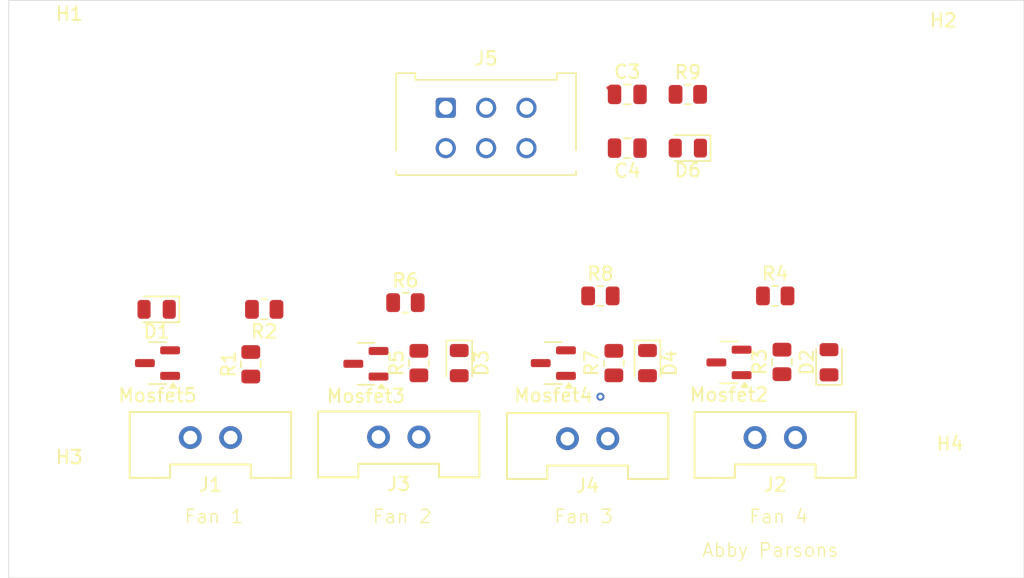
<source format=kicad_pcb>
(kicad_pcb (version 20240108) (generator "pcbnew") (generator_version "8.0")
  (layers (0 "F.Cu" signal) (31 "B.Cu" signal) (34 "B.Paste" user) (35 "F.Paste" user) (36 "B.SilkS" user "B.Silkscreen") (37 "F.SilkS" user "F.Silkscreen") (38 "B.Mask" user) (39 "F.Mask" user) (44 "Edge.Cuts" user))
  (net 0 "")
  (net 1 "GNDPWR")
  (net 2 "+12V")
  (net 3 "GND")
  (net 4 "Net-(D6-K)")
  (net 5 "/Fan1/poop")
  (net 6 "/Fan3/Fan3")
  (net 7 "/Fan4/Fan4")
  (net 8 "/Fan2/Fan2")
  (net 9 "Net-(Mosfet3-G)")
  (net 10 "Net-(Mosfet4-G)")
  (net 11 "Net-(D1-A)")
  (net 12 "Net-(D2-A)")
  (net 13 "Net-(D3-A)")
  (net 14 "Net-(D4-A)")
  (net 15 "Net-(D6-A)")
  (net 16 "Net-(Mosfet5-G)")
  (net 17 "Net-(Mosfet2-G)")
  (footprint "Resistor_SMD:R_0805_2012Metric" (layer "F.Cu") (at 140.5 126)
    (property "Reference" "R8" (at 0 -1.65 0) (layer "F.SilkS"))
    (property "Value" "100k")
    (fp_line (start -0.227064 -0.735) (end 0.227064 -0.735) (stroke (width 0.12)) (layer "F.SilkS"))
    (fp_line (start -0.227064 0.735) (end 0.227064 0.735) (stroke (width 0.12)) (layer "F.SilkS"))
    (pad "1" smd roundrect (at -0.9125 0) (size 1.025 1.4) (layers "F.Cu" "F.Paste" "F.Mask") (roundrect_rratio 0.243902) (net 7 "/Fan4/Fan4"))
    (pad "2" smd roundrect (at 0.9125 0) (size 1.025 1.4) (layers "F.Cu" "F.Paste" "F.Mask") (roundrect_rratio 0.243902) (net 10 "Net-(Mosfet4-G)"))
  )
  (footprint "Package_TO_SOT_SMD:SOT-23" (layer "F.Cu") (at 123.0625 131.05 180)
    (property "Reference" "Mosfet3" (at 0 -2.4 360) (layer "F.SilkS"))
    (property "Value" "IRLML0030")
    (fp_line (start 0 1.56) (end 0.65 1.56) (stroke (width 0.12)) (layer "F.SilkS"))
    (fp_line (start 0 1.56) (end -0.65 1.56) (stroke (width 0.12)) (layer "F.SilkS"))
    (fp_line (start 0 -1.56) (end 0.65 -1.56) (stroke (width 0.12)) (layer "F.SilkS"))
    (fp_line (start 0 -1.56) (end -0.65 -1.56) (stroke (width 0.12)) (layer "F.SilkS"))
    (fp_poly (pts (xy -1.1625 -1.51) (xy -1.4025 -1.84) (xy -0.9225 -1.84) (xy -1.1625 -1.51)) (stroke (width 0.12)) (fill solid) (layer "F.SilkS"))
    (pad "1" smd roundrect (at -0.9375 -0.95 180) (size 1.475 0.6) (layers "F.Cu" "F.Paste" "F.Mask") (net 9 "Net-(Mosfet3-G)"))
    (pad "2" smd roundrect (at -0.9375 0.95 180) (size 1.475 0.6) (layers "F.Cu" "F.Paste" "F.Mask") (net 13 "Net-(D3-A)"))
    (pad "3" smd roundrect (at 0.9375 0 180) (size 1.475 0.6) (layers "F.Cu" "F.Paste" "F.Mask") (net 3 "GND"))
  )
  (footprint "Resistor_SMD:R_0805_2012Metric" (layer "F.Cu") (at 141.5 131 90)
    (property "Reference" "R7" (at 0 -1.65 90) (layer "F.SilkS"))
    (property "Value" "100k")
    (fp_line (start -0.227064 -0.735) (end 0.227064 -0.735) (stroke (width 0.12)) (layer "F.SilkS"))
    (fp_line (start -0.227064 0.735) (end 0.227064 0.735) (stroke (width 0.12)) (layer "F.SilkS"))
    (pad "1" smd roundrect (at -0.9125 0 90) (size 1.025 1.4) (layers "F.Cu" "F.Paste" "F.Mask") (roundrect_rratio 0.243902) (net 10 "Net-(Mosfet4-G)"))
    (pad "2" smd roundrect (at 0.9125 0 90) (size 1.025 1.4) (layers "F.Cu" "F.Paste" "F.Mask") (roundrect_rratio 0.243902) (net 3 "GND"))
  )
  (footprint "UTSVT_Connectors:Molex_MicroFit3.0_1x2xP3.00mm_PolarizingPeg_Vertical" (layer "F.Cu") (at 141.05 136.625 180)
    (property "Reference" "J4" (at 1.5 -3.5 360) (layer "F.SilkS"))
    (property "Value" "Fan 4")
    (fp_line (start 7.5 1.9) (end -4.5 1.9) (stroke (width 0.15)) (layer "F.SilkS"))
    (fp_line (start 7.5 -3) (end 7.5 1.9) (stroke (width 0.15)) (layer "F.SilkS"))
    (fp_line (start 4.5 -2) (end 4.5 -3) (stroke (width 0.15)) (layer "F.SilkS"))
    (fp_line (start 4.5 -3) (end 7.5 -3) (stroke (width 0.15)) (layer "F.SilkS"))
    (fp_line (start -1.5 -2) (end 4.5 -2) (stroke (width 0.15)) (layer "F.SilkS"))
    (fp_line (start -1.5 -3) (end -1.5 -2) (stroke (width 0.15)) (layer "F.SilkS"))
    (fp_line (start -4.5 1.9) (end -4.5 -3) (stroke (width 0.15)) (layer "F.SilkS"))
    (fp_line (start -4.5 -3) (end -1.5 -3) (stroke (width 0.15)) (layer "F.SilkS"))
    (pad "" np_thru_hole circle (at -3 -1.96 180) (size 1.27 1.27) (drill 1.27) (layers "*.Cu" "*.Mask"))
    (pad "" np_thru_hole circle (at 6 -1.96 180) (size 1.27 1.27) (drill 1.27) (layers "*.Cu" "*.Mask"))
    (pad "1" thru_hole circle (at 0 0 180) (size 1.7 1.7) (drill 1.02) (layers "*.Cu" "*.Mask") (net 2 "+12V"))
    (pad "2" thru_hole circle (at 3 0 180) (size 1.7 1.7) (drill 1.02) (layers "*.Cu" "*.Mask") (net 14 "Net-(D4-A)"))
  )
  (footprint "Package_TO_SOT_SMD:SOT-23" (layer "F.Cu") (at 137 131 180)
    (property "Reference" "Mosfet4" (at 0 -2.4 360) (layer "F.SilkS"))
    (property "Value" "IRLML0030")
    (fp_line (start 0 1.56) (end 0.65 1.56) (stroke (width 0.12)) (layer "F.SilkS"))
    (fp_line (start 0 1.56) (end -0.65 1.56) (stroke (width 0.12)) (layer "F.SilkS"))
    (fp_line (start 0 -1.56) (end 0.65 -1.56) (stroke (width 0.12)) (layer "F.SilkS"))
    (fp_line (start 0 -1.56) (end -0.65 -1.56) (stroke (width 0.12)) (layer "F.SilkS"))
    (fp_poly (pts (xy -1.1625 -1.51) (xy -1.4025 -1.84) (xy -0.9225 -1.84) (xy -1.1625 -1.51)) (stroke (width 0.12)) (fill solid) (layer "F.SilkS"))
    (pad "1" smd roundrect (at -0.9375 -0.95 180) (size 1.475 0.6) (layers "F.Cu" "F.Paste" "F.Mask") (net 10 "Net-(Mosfet4-G)"))
    (pad "2" smd roundrect (at -0.9375 0.95 180) (size 1.475 0.6) (layers "F.Cu" "F.Paste" "F.Mask") (net 14 "Net-(D4-A)"))
    (pad "3" smd roundrect (at 0.9375 0 180) (size 1.475 0.6) (layers "F.Cu" "F.Paste" "F.Mask") (net 3 "GND"))
  )
  (footprint "Connector_Molex:Molex_Micro-Fit_3.0_43045-0612_2x03_P3.00mm_Vertical" (layer "F.Cu") (at 129 112)
    (property "Reference" "J5" (at 3 -3.67 0) (layer "F.SilkS"))
    (property "Value" "Fan Board")
    (fp_line (start -3.685 -2.58) (end -2.265 -2.58) (stroke (width 0.12)) (layer "F.SilkS"))
    (fp_line (start -3.685 3.17) (end -3.685 -2.58) (stroke (width 0.12)) (layer "F.SilkS"))
    (fp_line (start -3.685 4.71) (end -3.685 5.01) (stroke (width 0.12)) (layer "F.SilkS"))
    (fp_line (start -3.685 5.01) (end 9.685 5.01) (stroke (width 0.12)) (layer "F.SilkS"))
    (fp_line (start -2.265 -2.58) (end -2.265 -2.08) (stroke (width 0.12)) (layer "F.SilkS"))
    (fp_line (start -2.265 -2.08) (end 8.265 -2.08) (stroke (width 0.12)) (layer "F.SilkS"))
    (fp_line (start 8.265 -2.58) (end 9.685 -2.58) (stroke (width 0.12)) (layer "F.SilkS"))
    (fp_line (start 8.265 -2.08) (end 8.265 -2.58) (stroke (width 0.12)) (layer "F.SilkS"))
    (fp_line (start 9.685 -2.58) (end 9.685 3.17) (stroke (width 0.12)) (layer "F.SilkS"))
    (fp_line (start 9.685 5.01) (end 9.685 4.71) (stroke (width 0.12)) (layer "F.SilkS"))
    (pad "" np_thru_hole circle (at -3 3.94) (size 1.02 1.02) (drill 1.02) (layers "*.Cu" "*.Mask"))
    (pad "" np_thru_hole circle (at 9 3.94) (size 1.02 1.02) (drill 1.02) (layers "*.Cu" "*.Mask"))
    (pad "1" thru_hole roundrect (at 0 0) (size 1.5 1.5) (drill 1.02) (layers "*.Cu" "*.Mask") (roundrect_rratio 0.166667) (net 2 "+12V"))
    (pad "2" thru_hole circle (at 3 0) (size 1.5 1.5) (drill 1.02) (layers "*.Cu" "*.Mask") (net 5 "/Fan1/poop"))
    (pad "3" thru_hole circle (at 6 0) (size 1.5 1.5) (drill 1.02) (layers "*.Cu" "*.Mask") (net 8 "/Fan2/Fan2"))
    (pad "4" thru_hole circle (at 0 3) (size 1.5 1.5) (drill 1.02) (layers "*.Cu" "*.Mask") (net 6 "/Fan3/Fan3"))
    (pad "5" thru_hole circle (at 3 3) (size 1.5 1.5) (drill 1.02) (layers "*.Cu" "*.Mask") (net 7 "/Fan4/Fan4"))
    (pad "6" thru_hole circle (at 6 3) (size 1.5 1.5) (drill 1.02) (layers "*.Cu" "*.Mask") (net 15 "Net-(D6-A)"))
  )
  (footprint "UTSVT_Connectors:Molex_MicroFit3.0_1x2xP3.00mm_PolarizingPeg_Vertical" (layer "F.Cu") (at 113 136.54 180)
    (property "Reference" "J1" (at 1.5 -3.5 360) (layer "F.SilkS"))
    (property "Value" "Fan 1")
    (fp_line (start 7.5 1.9) (end -4.5 1.9) (stroke (width 0.15)) (layer "F.SilkS"))
    (fp_line (start 7.5 -3) (end 7.5 1.9) (stroke (width 0.15)) (layer "F.SilkS"))
    (fp_line (start 4.5 -2) (end 4.5 -3) (stroke (width 0.15)) (layer "F.SilkS"))
    (fp_line (start 4.5 -3) (end 7.5 -3) (stroke (width 0.15)) (layer "F.SilkS"))
    (fp_line (start -1.5 -2) (end 4.5 -2) (stroke (width 0.15)) (layer "F.SilkS"))
    (fp_line (start -1.5 -3) (end -1.5 -2) (stroke (width 0.15)) (layer "F.SilkS"))
    (fp_line (start -4.5 1.9) (end -4.5 -3) (stroke (width 0.15)) (layer "F.SilkS"))
    (fp_line (start -4.5 -3) (end -1.5 -3) (stroke (width 0.15)) (layer "F.SilkS"))
    (pad "" np_thru_hole circle (at -3 -1.96 180) (size 1.27 1.27) (drill 1.27) (layers "*.Cu" "*.Mask"))
    (pad "" np_thru_hole circle (at 6 -1.96 180) (size 1.27 1.27) (drill 1.27) (layers "*.Cu" "*.Mask"))
    (pad "1" thru_hole circle (at 0 0 180) (size 1.7 1.7) (drill 1.02) (layers "*.Cu" "*.Mask") (net 2 "+12V"))
    (pad "2" thru_hole circle (at 3 0 180) (size 1.7 1.7) (drill 1.02) (layers "*.Cu" "*.Mask") (net 11 "Net-(D1-A)"))
  )
  (footprint "Resistor_SMD:R_0805_2012Metric" (layer "F.Cu") (at 126 126.5)
    (property "Reference" "R6" (at 0 -1.65 0) (layer "F.SilkS"))
    (property "Value" "100k")
    (fp_line (start -0.227064 -0.735) (end 0.227064 -0.735) (stroke (width 0.12)) (layer "F.SilkS"))
    (fp_line (start -0.227064 0.735) (end 0.227064 0.735) (stroke (width 0.12)) (layer "F.SilkS"))
    (pad "1" smd roundrect (at -0.9125 0) (size 1.025 1.4) (layers "F.Cu" "F.Paste" "F.Mask") (roundrect_rratio 0.243902) (net 6 "/Fan3/Fan3"))
    (pad "2" smd roundrect (at 0.9125 0) (size 1.025 1.4) (layers "F.Cu" "F.Paste" "F.Mask") (roundrect_rratio 0.243902) (net 9 "Net-(Mosfet3-G)"))
  )
  (footprint "MountingHole:MountingHole_3mm" (layer "F.Cu") (at 101 109)
    (property "Reference" "H1" (at 0 -4 0) (layer "F.SilkS"))
    (property "Value" "MountingHole")
    (pad "" np_thru_hole circle (at 0 0) (size 3 3) (drill 3) (layers "*.Cu" "*.Mask"))
  )
  (footprint "Diode_SMD:D_0805_2012Metric" (layer "F.Cu") (at 130 131 -90)
    (property "Reference" "D3" (at 0 -1.65 90) (layer "F.SilkS"))
    (property "Value" "D")
    (fp_line (start -1.685 0.96) (end 1 0.96) (stroke (width 0.12)) (layer "F.SilkS"))
    (fp_line (start -1.685 -0.96) (end -1.685 0.96) (stroke (width 0.12)) (layer "F.SilkS"))
    (fp_line (start 1 -0.96) (end -1.685 -0.96) (stroke (width 0.12)) (layer "F.SilkS"))
    (pad "1" smd roundrect (at -0.9375 0 270) (size 0.975 1.4) (layers "F.Cu" "F.Paste" "F.Mask") (net 2 "+12V"))
    (pad "2" smd roundrect (at 0.9375 0 270) (size 0.975 1.4) (layers "F.Cu" "F.Paste" "F.Mask") (net 13 "Net-(D3-A)"))
  )
  (footprint "Package_TO_SOT_SMD:SOT-23" (layer "F.Cu") (at 107.5625 131 180)
    (property "Reference" "Mosfet5" (at 0 -2.4 360) (layer "F.SilkS"))
    (property "Value" "IRLML0030")
    (fp_line (start 0 1.56) (end 0.65 1.56) (stroke (width 0.12)) (layer "F.SilkS"))
    (fp_line (start 0 1.56) (end -0.65 1.56) (stroke (width 0.12)) (layer "F.SilkS"))
    (fp_line (start 0 -1.56) (end 0.65 -1.56) (stroke (width 0.12)) (layer "F.SilkS"))
    (fp_line (start 0 -1.56) (end -0.65 -1.56) (stroke (width 0.12)) (layer "F.SilkS"))
    (fp_poly (pts (xy -1.1625 -1.51) (xy -1.4025 -1.84) (xy -0.9225 -1.84) (xy -1.1625 -1.51)) (stroke (width 0.12)) (fill solid) (layer "F.SilkS"))
    (pad "1" smd roundrect (at -0.9375 -0.95 180) (size 1.475 0.6) (layers "F.Cu" "F.Paste" "F.Mask") (net 16 "Net-(Mosfet5-G)"))
    (pad "2" smd roundrect (at -0.9375 0.95 180) (size 1.475 0.6) (layers "F.Cu" "F.Paste" "F.Mask") (net 3 "GND"))
    (pad "3" smd roundrect (at 0.9375 0 180) (size 1.475 0.6) (layers "F.Cu" "F.Paste" "F.Mask") (net 11 "Net-(D1-A)"))
  )
  (footprint "Capacitor_SMD:C_0805_2012Metric" (layer "F.Cu") (at 142.5 111)
    (property "Reference" "C3" (at 0 -1.68 0) (layer "F.SilkS"))
    (property "Value" "100 uF")
    (fp_line (start -0.261252 -0.735) (end 0.261252 -0.735) (stroke (width 0.12)) (layer "F.SilkS"))
    (fp_line (start -0.261252 0.735) (end 0.261252 0.735) (stroke (width 0.12)) (layer "F.SilkS"))
    (pad "1" smd roundrect (at -0.95 0) (size 1 1.45) (layers "F.Cu" "F.Paste" "F.Mask") (net 2 "+12V"))
    (pad "2" smd roundrect (at 0.95 0) (size 1 1.45) (layers "F.Cu" "F.Paste" "F.Mask") (net 1 "GNDPWR"))
  )
  (footprint "Resistor_SMD:R_0805_2012Metric" (layer "F.Cu") (at 147 111)
    (property "Reference" "R9" (at 0 -1.65 0) (layer "F.SilkS"))
    (property "Value" "100k")
    (fp_line (start -0.227064 -0.735) (end 0.227064 -0.735) (stroke (width 0.12)) (layer "F.SilkS"))
    (fp_line (start -0.227064 0.735) (end 0.227064 0.735) (stroke (width 0.12)) (layer "F.SilkS"))
    (pad "1" smd roundrect (at -0.9125 0) (size 1.025 1.4) (layers "F.Cu" "F.Paste" "F.Mask") (roundrect_rratio 0.243902) (net 2 "+12V"))
    (pad "2" smd roundrect (at 0.9125 0) (size 1.025 1.4) (layers "F.Cu" "F.Paste" "F.Mask") (roundrect_rratio 0.243902) (net 4 "Net-(D6-K)"))
  )
  (footprint "Capacitor_SMD:C_0805_2012Metric" (layer "F.Cu") (at 142.5 115 180)
    (property "Reference" "C4" (at 0 -1.68 360) (layer "F.SilkS"))
    (property "Value" "100 uF")
    (fp_line (start -0.261252 0.735) (end 0.261252 0.735) (stroke (width 0.12)) (layer "F.SilkS"))
    (fp_line (start -0.261252 -0.735) (end 0.261252 -0.735) (stroke (width 0.12)) (layer "F.SilkS"))
    (pad "1" smd roundrect (at -0.95 0 180) (size 1 1.45) (layers "F.Cu" "F.Paste" "F.Mask") (net 1 "GNDPWR"))
    (pad "2" smd roundrect (at 0.95 0 180) (size 1 1.45) (layers "F.Cu" "F.Paste" "F.Mask") (net 2 "+12V"))
  )
  (footprint "Resistor_SMD:R_0805_2012Metric" (layer "F.Cu") (at 127 131 90)
    (property "Reference" "R5" (at 0 -1.65 90) (layer "F.SilkS"))
    (property "Value" "100k")
    (fp_line (start -0.227064 -0.735) (end 0.227064 -0.735) (stroke (width 0.12)) (layer "F.SilkS"))
    (fp_line (start -0.227064 0.735) (end 0.227064 0.735) (stroke (width 0.12)) (layer "F.SilkS"))
    (pad "1" smd roundrect (at -0.9125 0 90) (size 1.025 1.4) (layers "F.Cu" "F.Paste" "F.Mask") (roundrect_rratio 0.243902) (net 9 "Net-(Mosfet3-G)"))
    (pad "2" smd roundrect (at 0.9125 0 90) (size 1.025 1.4) (layers "F.Cu" "F.Paste" "F.Mask") (roundrect_rratio 0.243902) (net 3 "GND"))
  )
  (footprint "LED_SMD:LED_0805_2012Metric" (layer "F.Cu") (at 147 115 180)
    (property "Reference" "D6" (at 0 -1.65 360) (layer "F.SilkS"))
    (property "Value" "LED")
    (fp_line (start 1 -0.96) (end -1.685 -0.96) (stroke (width 0.12)) (layer "F.SilkS"))
    (fp_line (start -1.685 0.96) (end 1 0.96) (stroke (width 0.12)) (layer "F.SilkS"))
    (fp_line (start -1.685 -0.96) (end -1.685 0.96) (stroke (width 0.12)) (layer "F.SilkS"))
    (pad "1" smd roundrect (at -0.9375 0 180) (size 0.975 1.4) (layers "F.Cu" "F.Paste" "F.Mask") (net 4 "Net-(D6-K)"))
    (pad "2" smd roundrect (at 0.9375 0 180) (size 0.975 1.4) (layers "F.Cu" "F.Paste" "F.Mask") (net 15 "Net-(D6-A)"))
  )
  (footprint "Diode_SMD:D_0805_2012Metric" (layer "F.Cu") (at 107.5 127 180)
    (property "Reference" "D1" (at 0 -1.65 360) (layer "F.SilkS"))
    (property "Value" "D")
    (fp_line (start 1 -0.96) (end -1.685 -0.96) (stroke (width 0.12)) (layer "F.SilkS"))
    (fp_line (start -1.685 0.96) (end 1 0.96) (stroke (width 0.12)) (layer "F.SilkS"))
    (fp_line (start -1.685 -0.96) (end -1.685 0.96) (stroke (width 0.12)) (layer "F.SilkS"))
    (pad "1" smd roundrect (at -0.9375 0 180) (size 0.975 1.4) (layers "F.Cu" "F.Paste" "F.Mask") (net 2 "+12V"))
    (pad "2" smd roundrect (at 0.9375 0 180) (size 0.975 1.4) (layers "F.Cu" "F.Paste" "F.Mask") (net 11 "Net-(D1-A)"))
  )
  (footprint "MountingHole:MountingHole_3mm" (layer "F.Cu") (at 166 109.5)
    (property "Reference" "H2" (at 0 -4 0) (layer "F.SilkS"))
    (property "Value" "MountingHole")
    (pad "" np_thru_hole circle (at 0 0) (size 3 3) (drill 3) (layers "*.Cu" "*.Mask"))
  )
  (footprint "Resistor_SMD:R_0805_2012Metric" (layer "F.Cu") (at 154 130.9125 90)
    (property "Reference" "R3" (at 0 -1.65 90) (layer "F.SilkS"))
    (property "Value" "100k")
    (fp_line (start -0.227064 -0.735) (end 0.227064 -0.735) (stroke (width 0.12)) (layer "F.SilkS"))
    (fp_line (start -0.227064 0.735) (end 0.227064 0.735) (stroke (width 0.12)) (layer "F.SilkS"))
    (pad "1" smd roundrect (at -0.9125 0 90) (size 1.025 1.4) (layers "F.Cu" "F.Paste" "F.Mask") (roundrect_rratio 0.243902) (net 17 "Net-(Mosfet2-G)"))
    (pad "2" smd roundrect (at 0.9125 0 90) (size 1.025 1.4) (layers "F.Cu" "F.Paste" "F.Mask") (roundrect_rratio 0.243902) (net 3 "GND"))
  )
  (footprint "Resistor_SMD:R_0805_2012Metric" (layer "F.Cu") (at 114.5 131.0875 90)
    (property "Reference" "R1" (at 0 -1.65 90) (layer "F.SilkS"))
    (property "Value" "100k")
    (fp_line (start -0.227064 -0.735) (end 0.227064 -0.735) (stroke (width 0.12)) (layer "F.SilkS"))
    (fp_line (start -0.227064 0.735) (end 0.227064 0.735) (stroke (width 0.12)) (layer "F.SilkS"))
    (pad "1" smd roundrect (at -0.9125 0 90) (size 1.025 1.4) (layers "F.Cu" "F.Paste" "F.Mask") (roundrect_rratio 0.243902) (net 16 "Net-(Mosfet5-G)"))
    (pad "2" smd roundrect (at 0.9125 0 90) (size 1.025 1.4) (layers "F.Cu" "F.Paste" "F.Mask") (roundrect_rratio 0.243902) (net 3 "GND"))
  )
  (footprint "MountingHole:MountingHole_3mm" (layer "F.Cu") (at 166.5 141)
    (property "Reference" "H4" (at 0 -4 0) (layer "F.SilkS"))
    (property "Value" "MountingHole")
    (pad "" np_thru_hole circle (at 0 0) (size 3 3) (drill 3) (layers "*.Cu" "*.Mask"))
  )
  (footprint "Resistor_SMD:R_0805_2012Metric" (layer "F.Cu") (at 153.5 126)
    (property "Reference" "R4" (at 0 -1.65 0) (layer "F.SilkS"))
    (property "Value" "100k")
    (fp_line (start -0.227064 -0.735) (end 0.227064 -0.735) (stroke (width 0.12)) (layer "F.SilkS"))
    (fp_line (start -0.227064 0.735) (end 0.227064 0.735) (stroke (width 0.12)) (layer "F.SilkS"))
    (pad "1" smd roundrect (at -0.9125 0) (size 1.025 1.4) (layers "F.Cu" "F.Paste" "F.Mask") (roundrect_rratio 0.243902) (net 8 "/Fan2/Fan2"))
    (pad "2" smd roundrect (at 0.9125 0) (size 1.025 1.4) (layers "F.Cu" "F.Paste" "F.Mask") (roundrect_rratio 0.243902) (net 17 "Net-(Mosfet2-G)"))
  )
  (footprint "UTSVT_Connectors:Molex_MicroFit3.0_1x2xP3.00mm_PolarizingPeg_Vertical" (layer "F.Cu") (at 155 136.54 180)
    (property "Reference" "J2" (at 1.5 -3.5 360) (layer "F.SilkS"))
    (property "Value" "Fan 2")
    (fp_line (start 7.5 1.9) (end -4.5 1.9) (stroke (width 0.15)) (layer "F.SilkS"))
    (fp_line (start 7.5 -3) (end 7.5 1.9) (stroke (width 0.15)) (layer "F.SilkS"))
    (fp_line (start 4.5 -2) (end 4.5 -3) (stroke (width 0.15)) (layer "F.SilkS"))
    (fp_line (start 4.5 -3) (end 7.5 -3) (stroke (width 0.15)) (layer "F.SilkS"))
    (fp_line (start -1.5 -2) (end 4.5 -2) (stroke (width 0.15)) (layer "F.SilkS"))
    (fp_line (start -1.5 -3) (end -1.5 -2) (stroke (width 0.15)) (layer "F.SilkS"))
    (fp_line (start -4.5 1.9) (end -4.5 -3) (stroke (width 0.15)) (layer "F.SilkS"))
    (fp_line (start -4.5 -3) (end -1.5 -3) (stroke (width 0.15)) (layer "F.SilkS"))
    (pad "" np_thru_hole circle (at -3 -1.96 180) (size 1.27 1.27) (drill 1.27) (layers "*.Cu" "*.Mask"))
    (pad "" np_thru_hole circle (at 6 -1.96 180) (size 1.27 1.27) (drill 1.27) (layers "*.Cu" "*.Mask"))
    (pad "1" thru_hole circle (at 0 0 180) (size 1.7 1.7) (drill 1.02) (layers "*.Cu" "*.Mask") (net 2 "+12V"))
    (pad "2" thru_hole circle (at 3 0 180) (size 1.7 1.7) (drill 1.02) (layers "*.Cu" "*.Mask") (net 12 "Net-(D2-A)"))
  )
  (footprint "UTSVT_Connectors:Molex_MicroFit3.0_1x2xP3.00mm_PolarizingPeg_Vertical" (layer "F.Cu") (at 127 136.5 180)
    (property "Reference" "J3" (at 1.5 -3.5 360) (layer "F.SilkS"))
    (property "Value" "Fan 3")
    (fp_line (start 7.5 1.9) (end -4.5 1.9) (stroke (width 0.15)) (layer "F.SilkS"))
    (fp_line (start 7.5 -3) (end 7.5 1.9) (stroke (width 0.15)) (layer "F.SilkS"))
    (fp_line (start 4.5 -2) (end 4.5 -3) (stroke (width 0.15)) (layer "F.SilkS"))
    (fp_line (start 4.5 -3) (end 7.5 -3) (stroke (width 0.15)) (layer "F.SilkS"))
    (fp_line (start -1.5 -2) (end 4.5 -2) (stroke (width 0.15)) (layer "F.SilkS"))
    (fp_line (start -1.5 -3) (end -1.5 -2) (stroke (width 0.15)) (layer "F.SilkS"))
    (fp_line (start -4.5 1.9) (end -4.5 -3) (stroke (width 0.15)) (layer "F.SilkS"))
    (fp_line (start -4.5 -3) (end -1.5 -3) (stroke (width 0.15)) (layer "F.SilkS"))
    (pad "" np_thru_hole circle (at -3 -1.96 180) (size 1.27 1.27) (drill 1.27) (layers "*.Cu" "*.Mask"))
    (pad "" np_thru_hole circle (at 6 -1.96 180) (size 1.27 1.27) (drill 1.27) (layers "*.Cu" "*.Mask"))
    (pad "1" thru_hole circle (at 0 0 180) (size 1.7 1.7) (drill 1.02) (layers "*.Cu" "*.Mask") (net 2 "+12V"))
    (pad "2" thru_hole circle (at 3 0 180) (size 1.7 1.7) (drill 1.02) (layers "*.Cu" "*.Mask") (net 13 "Net-(D3-A)"))
  )
  (footprint "Package_TO_SOT_SMD:SOT-23" (layer "F.Cu") (at 150.0625 130.95 180)
    (property "Reference" "Mosfet2" (at 0 -2.4 360) (layer "F.SilkS"))
    (property "Value" "IRLML0030")
    (fp_line (start 0 1.56) (end 0.65 1.56) (stroke (width 0.12)) (layer "F.SilkS"))
    (fp_line (start 0 1.56) (end -0.65 1.56) (stroke (width 0.12)) (layer "F.SilkS"))
    (fp_line (start 0 -1.56) (end 0.65 -1.56) (stroke (width 0.12)) (layer "F.SilkS"))
    (fp_line (start 0 -1.56) (end -0.65 -1.56) (stroke (width 0.12)) (layer "F.SilkS"))
    (fp_poly (pts (xy -1.1625 -1.51) (xy -1.4025 -1.84) (xy -0.9225 -1.84) (xy -1.1625 -1.51)) (stroke (width 0.12)) (fill solid) (layer "F.SilkS"))
    (pad "1" smd roundrect (at -0.9375 -0.95 180) (size 1.475 0.6) (layers "F.Cu" "F.Paste" "F.Mask") (net 17 "Net-(Mosfet2-G)"))
    (pad "2" smd roundrect (at -0.9375 0.95 180) (size 1.475 0.6) (layers "F.Cu" "F.Paste" "F.Mask") (net 12 "Net-(D2-A)"))
    (pad "3" smd roundrect (at 0.9375 0 180) (size 1.475 0.6) (layers "F.Cu" "F.Paste" "F.Mask") (net 3 "GND"))
  )
  (footprint "Diode_SMD:D_0805_2012Metric" (layer "F.Cu") (at 157.5 130.9375 90)
    (property "Reference" "D2" (at 0 -1.65 90) (layer "F.SilkS"))
    (property "Value" "D")
    (fp_line (start 1 -0.96) (end -1.685 -0.96) (stroke (width 0.12)) (layer "F.SilkS"))
    (fp_line (start -1.685 -0.96) (end -1.685 0.96) (stroke (width 0.12)) (layer "F.SilkS"))
    (fp_line (start -1.685 0.96) (end 1 0.96) (stroke (width 0.12)) (layer "F.SilkS"))
    (pad "1" smd roundrect (at -0.9375 0 90) (size 0.975 1.4) (layers "F.Cu" "F.Paste" "F.Mask") (net 2 "+12V"))
    (pad "2" smd roundrect (at 0.9375 0 90) (size 0.975 1.4) (layers "F.Cu" "F.Paste" "F.Mask") (net 12 "Net-(D2-A)"))
  )
  (footprint "MountingHole:MountingHole_3mm" (layer "F.Cu") (at 101 142)
    (property "Reference" "H3" (at 0 -4 0) (layer "F.SilkS"))
    (property "Value" "MountingHole")
    (pad "" np_thru_hole circle (at 0 0) (size 3 3) (drill 3) (layers "*.Cu" "*.Mask"))
  )
  (footprint "Diode_SMD:D_0805_2012Metric" (layer "F.Cu") (at 144 131 -90)
    (property "Reference" "D4" (at 0 -1.65 90) (layer "F.SilkS"))
    (property "Value" "D")
    (fp_line (start -1.685 0.96) (end 1 0.96) (stroke (width 0.12)) (layer "F.SilkS"))
    (fp_line (start -1.685 -0.96) (end -1.685 0.96) (stroke (width 0.12)) (layer "F.SilkS"))
    (fp_line (start 1 -0.96) (end -1.685 -0.96) (stroke (width 0.12)) (layer "F.SilkS"))
    (pad "1" smd roundrect (at -0.9375 0 270) (size 0.975 1.4) (layers "F.Cu" "F.Paste" "F.Mask") (net 2 "+12V"))
    (pad "2" smd roundrect (at 0.9375 0 270) (size 0.975 1.4) (layers "F.Cu" "F.Paste" "F.Mask") (net 14 "Net-(D4-A)"))
  )
  (footprint "Resistor_SMD:R_0805_2012Metric" (layer "F.Cu") (at 115.5 127 180)
    (property "Reference" "R2" (at 0 -1.65 360) (layer "F.SilkS"))
    (property "Value" "100k")
    (fp_line (start -0.227064 0.735) (end 0.227064 0.735) (stroke (width 0.12)) (layer "F.SilkS"))
    (fp_line (start -0.227064 -0.735) (end 0.227064 -0.735) (stroke (width 0.12)) (layer "F.SilkS"))
    (pad "1" smd roundrect (at -0.9125 0 180) (size 1.025 1.4) (layers "F.Cu" "F.Paste" "F.Mask") (roundrect_rratio 0.243902) (net 5 "/Fan1/poop"))
    (pad "2" smd roundrect (at 0.9125 0 180) (size 1.025 1.4) (layers "F.Cu" "F.Paste" "F.Mask") (roundrect_rratio 0.243902) (net 16 "Net-(Mosfet5-G)"))
  )
  (gr_rect (start 96.5 104) (end 172 147) (stroke (width 0.05)) (fill none) (layer "Edge.Cuts"))
  (gr_text "Fan 1" (at 109.5 143 0) (layer "F.SilkS") (effects (font (size 1 1) (thickness 0.1)) (justify left bottom)))
  (gr_text "Fan 2" (at 123.5 143 0) (layer "F.SilkS") (effects (font (size 1 1) (thickness 0.1)) (justify left bottom)))
  (gr_text "Fan 3" (at 137 143 0) (layer "F.SilkS") (effects (font (size 1 1) (thickness 0.1)) (justify left bottom)))
  (gr_text "Abby Parsons" (at 148 145.5 0) (layer "F.SilkS") (effects (font (size 1 1) (thickness 0.1)) (justify left bottom)))
  (gr_text "Fan 4" (at 151.5 143 0) (layer "F.SilkS") (effects (font (size 1 1) (thickness 0.1)) (justify left bottom)))
  (segment (start 129.975 130.0875) (end 130 130.0625) (width 0.2) (layer "F.Cu") (net 2))
  (segment (start 141.55 111) (end 141.050062 110.500062) (width 0.2) (layer "F.Cu") (net 2))
  (segment (start 141.9125 130.0875) (end 141.9375 130.0625) (width 0.2) (layer "F.Cu") (net 3))
  (segment (start 114.375 130.05) (end 114.5 130.175) (width 0.2) (layer "F.Cu") (net 3))
  (segment (start 141.4625 130.05) (end 141.5 130.0875) (width 0.2) (layer "F.Cu") (net 3))
  (segment (start 126.9625 130.05) (end 127 130.0875) (width 0.2) (layer "F.Cu") (net 3))
  (segment (start 141.5 130.0875) (end 141.9125 130.0875) (width 0.2) (layer "F.Cu") (net 3))
  (segment (start 147.9125 114.975) (end 147.9375 115) (width 0.2) (layer "F.Cu") (net 4))
  (segment (start 126.9625 131.95) (end 127 131.9125) (width 0.2) (layer "F.Cu") (net 9))
  (segment (start 141.4625 131.95) (end 141.5 131.9125) (width 0.2) (layer "F.Cu") (net 10))
  (via (at 140.5 133.5) (size 0.6) (drill 0.3) (layers "F.Cu" "B.Cu") (net 10))
  (segment (start 151 130) (end 151.5 130) (width 0.2) (layer "F.Cu") (net 12))
  (segment (start 157.975 130.0875) (end 158 130.0625) (width 0.2) (layer "F.Cu") (net 12))
  (segment (start 150.9375 130.0625) (end 151 130) (width 0.2) (layer "F.Cu") (net 12))
  (segment (start 151.5 130) (end 151.5875 130.0875) (width 0.2) (layer "F.Cu") (net 12))
  (segment (start 123.9875 130.0625) (end 124 130.05) (width 0.2) (layer "F.Cu") (net 13))
  (segment (start 114.45 131.95) (end 114.5 132) (width 0.2) (layer "F.Cu") (net 16))
)
</source>
